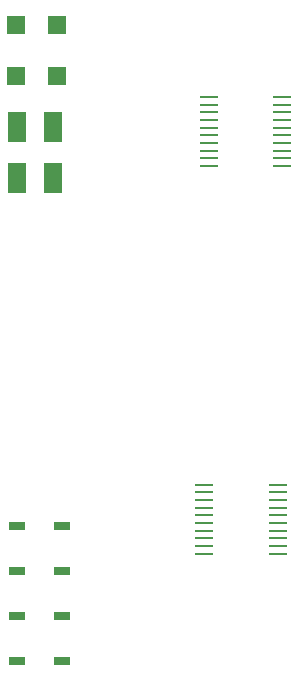
<source format=gtp>
G75*
%MOIN*%
%OFA0B0*%
%FSLAX25Y25*%
%IPPOS*%
%LPD*%
%AMOC8*
5,1,8,0,0,1.08239X$1,22.5*
%
%ADD10R,0.05315X0.02953*%
%ADD11R,0.06299X0.00984*%
%ADD12R,0.05906X0.05906*%
%ADD13R,0.05906X0.10236*%
D10*
X0020020Y0016000D03*
X0034980Y0016000D03*
X0034980Y0031000D03*
X0020020Y0031000D03*
X0020020Y0046000D03*
X0034980Y0046000D03*
X0034980Y0061000D03*
X0020020Y0061000D03*
D11*
X0082445Y0062118D03*
X0082445Y0059559D03*
X0082445Y0057000D03*
X0082445Y0054441D03*
X0082445Y0051882D03*
X0082445Y0064677D03*
X0082445Y0067236D03*
X0082445Y0069795D03*
X0082445Y0072354D03*
X0082445Y0074913D03*
X0106854Y0074913D03*
X0106854Y0072354D03*
X0106854Y0069795D03*
X0106854Y0067236D03*
X0106854Y0064677D03*
X0106854Y0062118D03*
X0106854Y0059559D03*
X0106854Y0057000D03*
X0106854Y0054441D03*
X0106854Y0051882D03*
X0108248Y0181114D03*
X0108248Y0183673D03*
X0108248Y0186232D03*
X0108248Y0188791D03*
X0108248Y0191350D03*
X0108248Y0193909D03*
X0108248Y0196469D03*
X0108248Y0199028D03*
X0108248Y0201587D03*
X0108248Y0204146D03*
X0083839Y0204146D03*
X0083839Y0201587D03*
X0083839Y0199028D03*
X0083839Y0196469D03*
X0083839Y0193909D03*
X0083839Y0191350D03*
X0083839Y0188791D03*
X0083839Y0186232D03*
X0083839Y0183673D03*
X0083839Y0181114D03*
D12*
X0033390Y0211000D03*
X0019610Y0211000D03*
X0019610Y0228000D03*
X0033390Y0228000D03*
D13*
X0031906Y0194000D03*
X0020094Y0194000D03*
X0020094Y0177000D03*
X0031906Y0177000D03*
M02*

</source>
